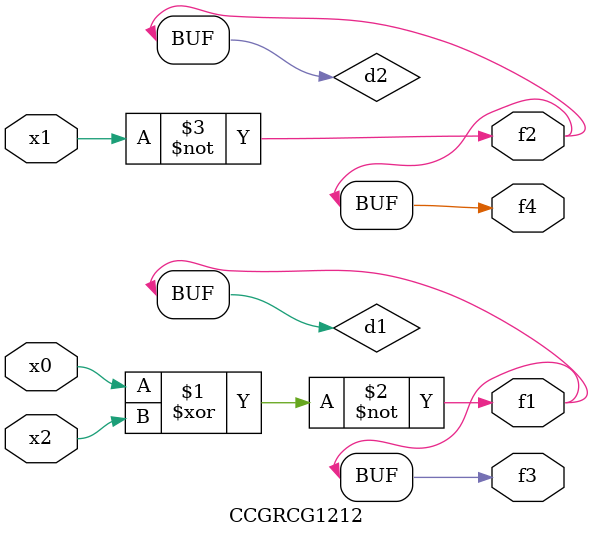
<source format=v>
module CCGRCG1212(
	input x0, x1, x2,
	output f1, f2, f3, f4
);

	wire d1, d2, d3;

	xnor (d1, x0, x2);
	nand (d2, x1);
	nor (d3, x1, x2);
	assign f1 = d1;
	assign f2 = d2;
	assign f3 = d1;
	assign f4 = d2;
endmodule

</source>
